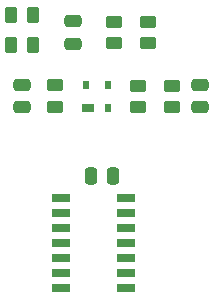
<source format=gtp>
%TF.GenerationSoftware,KiCad,Pcbnew,8.0.4*%
%TF.CreationDate,2024-08-13T08:49:01+02:00*%
%TF.ProjectId,PS2 Timing,50533220-5469-46d6-996e-672e6b696361,V1*%
%TF.SameCoordinates,PX6d01460PY32de760*%
%TF.FileFunction,Paste,Top*%
%TF.FilePolarity,Positive*%
%FSLAX46Y46*%
G04 Gerber Fmt 4.6, Leading zero omitted, Abs format (unit mm)*
G04 Created by KiCad (PCBNEW 8.0.4) date 2024-08-13 08:49:01*
%MOMM*%
%LPD*%
G01*
G04 APERTURE LIST*
G04 Aperture macros list*
%AMRoundRect*
0 Rectangle with rounded corners*
0 $1 Rounding radius*
0 $2 $3 $4 $5 $6 $7 $8 $9 X,Y pos of 4 corners*
0 Add a 4 corners polygon primitive as box body*
4,1,4,$2,$3,$4,$5,$6,$7,$8,$9,$2,$3,0*
0 Add four circle primitives for the rounded corners*
1,1,$1+$1,$2,$3*
1,1,$1+$1,$4,$5*
1,1,$1+$1,$6,$7*
1,1,$1+$1,$8,$9*
0 Add four rect primitives between the rounded corners*
20,1,$1+$1,$2,$3,$4,$5,0*
20,1,$1+$1,$4,$5,$6,$7,0*
20,1,$1+$1,$6,$7,$8,$9,0*
20,1,$1+$1,$8,$9,$2,$3,0*%
G04 Aperture macros list end*
%ADD10RoundRect,0.250000X-0.475000X0.250000X-0.475000X-0.250000X0.475000X-0.250000X0.475000X0.250000X0*%
%ADD11RoundRect,0.250000X0.262500X0.450000X-0.262500X0.450000X-0.262500X-0.450000X0.262500X-0.450000X0*%
%ADD12RoundRect,0.250000X0.250000X0.475000X-0.250000X0.475000X-0.250000X-0.475000X0.250000X-0.475000X0*%
%ADD13RoundRect,0.250000X-0.450000X0.262500X-0.450000X-0.262500X0.450000X-0.262500X0.450000X0.262500X0*%
%ADD14RoundRect,0.250000X0.475000X-0.250000X0.475000X0.250000X-0.475000X0.250000X-0.475000X-0.250000X0*%
%ADD15R,1.000000X0.700000*%
%ADD16R,0.600000X0.700000*%
%ADD17R,1.550000X0.650000*%
G04 APERTURE END LIST*
D10*
%TO.C,C1*%
X9296400Y-11969200D03*
X9296400Y-13869200D03*
%TD*%
D11*
%TO.C,R4*%
X5865500Y-11440000D03*
X4040500Y-11440000D03*
%TD*%
D12*
%TO.C,C2*%
X12668800Y-25095200D03*
X10768800Y-25095200D03*
%TD*%
D13*
%TO.C,R1*%
X14742000Y-17405500D03*
X14742000Y-19230500D03*
%TD*%
D14*
%TO.C,C4*%
X20066000Y-19252000D03*
X20066000Y-17352000D03*
%TD*%
D13*
%TO.C,R8*%
X12760800Y-11990700D03*
X12760800Y-13815700D03*
%TD*%
D15*
%TO.C,D1*%
X10553000Y-19318000D03*
D16*
X12253000Y-19318000D03*
X12253000Y-17318000D03*
X10353000Y-17318000D03*
%TD*%
D11*
%TO.C,R5*%
X5865500Y-13980000D03*
X4040500Y-13980000D03*
%TD*%
D14*
%TO.C,C3*%
X4953000Y-19252000D03*
X4953000Y-17352000D03*
%TD*%
D13*
%TO.C,R6*%
X15656400Y-11990700D03*
X15656400Y-13815700D03*
%TD*%
D17*
%TO.C,IC4*%
X8298600Y-26924000D03*
X8298600Y-28194000D03*
X8298600Y-29464000D03*
X8298600Y-30734000D03*
X8298600Y-32004000D03*
X8298600Y-33274000D03*
X8298600Y-34544000D03*
X13748600Y-34544000D03*
X13748600Y-33274000D03*
X13748600Y-32004000D03*
X13748600Y-30734000D03*
X13748600Y-29464000D03*
X13748600Y-28194000D03*
X13748600Y-26924000D03*
%TD*%
D13*
%TO.C,R3*%
X7757000Y-17375500D03*
X7757000Y-19200500D03*
%TD*%
%TO.C,R2*%
X17663000Y-17405500D03*
X17663000Y-19230500D03*
%TD*%
M02*

</source>
